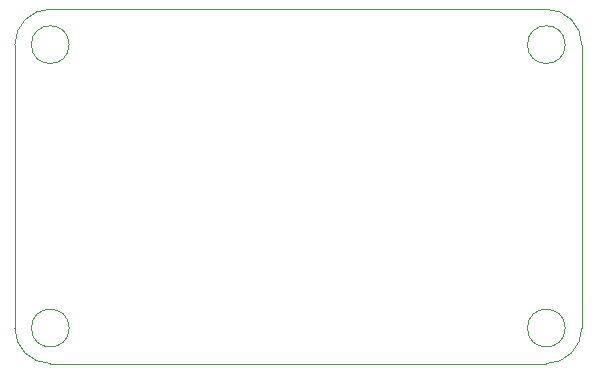
<source format=gbr>
%TF.GenerationSoftware,KiCad,Pcbnew,7.0.5*%
%TF.CreationDate,2023-06-28T21:22:15+09:00*%
%TF.ProjectId,robotrace_v2_main,726f626f-7472-4616-9365-5f76325f6d61,rev?*%
%TF.SameCoordinates,Original*%
%TF.FileFunction,Profile,NP*%
%FSLAX46Y46*%
G04 Gerber Fmt 4.6, Leading zero omitted, Abs format (unit mm)*
G04 Created by KiCad (PCBNEW 7.0.5) date 2023-06-28 21:22:15*
%MOMM*%
%LPD*%
G01*
G04 APERTURE LIST*
%TA.AperFunction,Profile*%
%ADD10C,0.100000*%
%TD*%
G04 APERTURE END LIST*
D10*
X186800000Y-98600000D02*
G75*
G03*
X186800000Y-98600000I-1600000J0D01*
G01*
X140200000Y-98600000D02*
G75*
G03*
X143200000Y-101600000I3000000J0D01*
G01*
X185200000Y-71600000D02*
X143200000Y-71600000D01*
X188200000Y-98600000D02*
X188200000Y-74600000D01*
X143200000Y-101600000D02*
X185200000Y-101600000D01*
X144798334Y-74600000D02*
G75*
G03*
X144798334Y-74600000I-1600000J0D01*
G01*
X144800000Y-98600000D02*
G75*
G03*
X144800000Y-98600000I-1600000J0D01*
G01*
X185200000Y-101600000D02*
G75*
G03*
X188200000Y-98600000I0J3000000D01*
G01*
X188201666Y-74600000D02*
G75*
G03*
X185200000Y-71598334I-3001666J0D01*
G01*
X143198334Y-71600034D02*
G75*
G03*
X140198334Y-74600000I-34J-2999966D01*
G01*
X140200000Y-74600000D02*
X140200000Y-98600000D01*
X186798334Y-74600000D02*
G75*
G03*
X186798334Y-74600000I-1600000J0D01*
G01*
M02*

</source>
